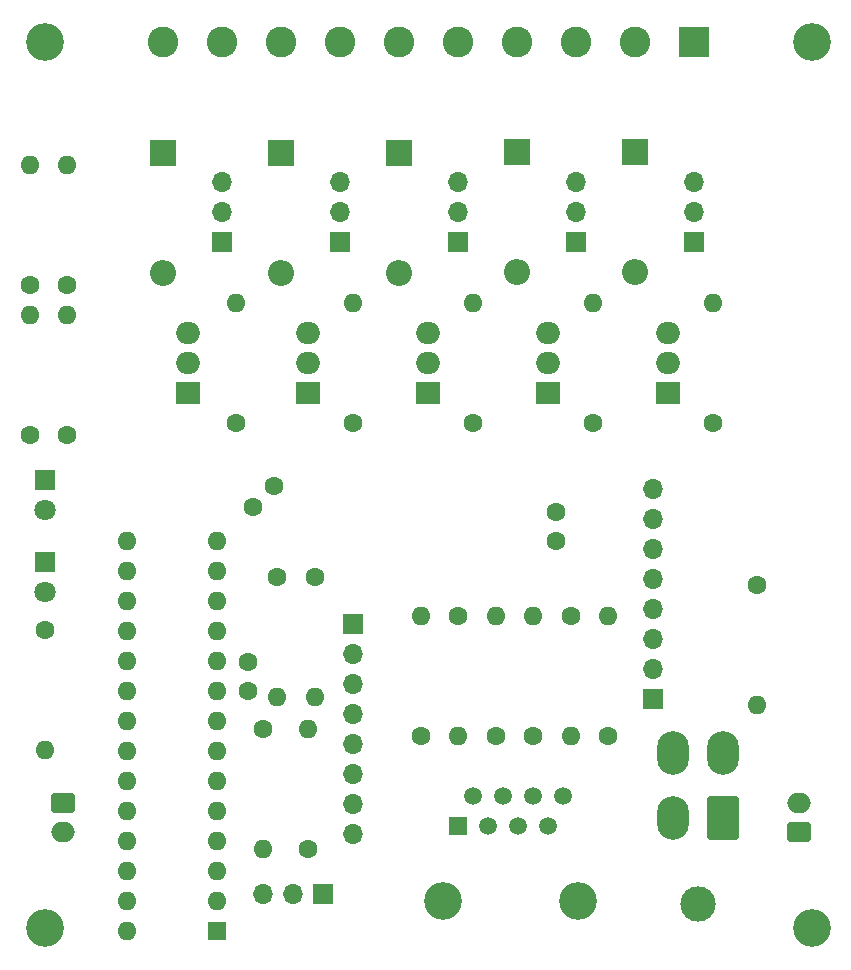
<source format=gbr>
%TF.GenerationSoftware,KiCad,Pcbnew,8.0.4*%
%TF.CreationDate,2024-12-05T04:28:12-06:00*%
%TF.ProjectId,left_hand,6c656674-5f68-4616-9e64-2e6b69636164,rev?*%
%TF.SameCoordinates,Original*%
%TF.FileFunction,Soldermask,Bot*%
%TF.FilePolarity,Negative*%
%FSLAX46Y46*%
G04 Gerber Fmt 4.6, Leading zero omitted, Abs format (unit mm)*
G04 Created by KiCad (PCBNEW 8.0.4) date 2024-12-05 04:28:12*
%MOMM*%
%LPD*%
G01*
G04 APERTURE LIST*
G04 Aperture macros list*
%AMRoundRect*
0 Rectangle with rounded corners*
0 $1 Rounding radius*
0 $2 $3 $4 $5 $6 $7 $8 $9 X,Y pos of 4 corners*
0 Add a 4 corners polygon primitive as box body*
4,1,4,$2,$3,$4,$5,$6,$7,$8,$9,$2,$3,0*
0 Add four circle primitives for the rounded corners*
1,1,$1+$1,$2,$3*
1,1,$1+$1,$4,$5*
1,1,$1+$1,$6,$7*
1,1,$1+$1,$8,$9*
0 Add four rect primitives between the rounded corners*
20,1,$1+$1,$2,$3,$4,$5,0*
20,1,$1+$1,$4,$5,$6,$7,0*
20,1,$1+$1,$6,$7,$8,$9,0*
20,1,$1+$1,$8,$9,$2,$3,0*%
G04 Aperture macros list end*
%ADD10R,1.700000X1.700000*%
%ADD11O,1.700000X1.700000*%
%ADD12R,2.000000X1.905000*%
%ADD13O,2.000000X1.905000*%
%ADD14C,1.600000*%
%ADD15O,1.600000X1.600000*%
%ADD16RoundRect,0.250000X-0.750000X0.600000X-0.750000X-0.600000X0.750000X-0.600000X0.750000X0.600000X0*%
%ADD17O,2.000000X1.700000*%
%ADD18R,2.200000X2.200000*%
%ADD19O,2.200000X2.200000*%
%ADD20C,3.000000*%
%ADD21RoundRect,0.250001X1.099999X1.599999X-1.099999X1.599999X-1.099999X-1.599999X1.099999X-1.599999X0*%
%ADD22O,2.700000X3.700000*%
%ADD23C,3.200000*%
%ADD24R,1.800000X1.800000*%
%ADD25C,1.800000*%
%ADD26R,2.600000X2.600000*%
%ADD27C,2.600000*%
%ADD28R,1.600000X1.600000*%
%ADD29R,1.500000X1.500000*%
%ADD30C,1.500000*%
%ADD31RoundRect,0.250000X0.750000X-0.600000X0.750000X0.600000X-0.750000X0.600000X-0.750000X-0.600000X0*%
G04 APERTURE END LIST*
D10*
%TO.C,M1*%
X135000000Y-78960000D03*
D11*
X135000000Y-76420000D03*
X135000000Y-73880000D03*
%TD*%
D12*
%TO.C,Q2*%
X142320000Y-91740000D03*
D13*
X142320000Y-89200000D03*
X142320000Y-86660000D03*
%TD*%
D10*
%TO.C,M3*%
X155000000Y-78960000D03*
D11*
X155000000Y-76420000D03*
X155000000Y-73880000D03*
%TD*%
D14*
%TO.C,R21*%
X151845000Y-120780000D03*
D15*
X151845000Y-110620000D03*
%TD*%
D16*
%TO.C,J4*%
X121560000Y-126385000D03*
D17*
X121560000Y-128885000D03*
%TD*%
D18*
%TO.C,D2*%
X140000000Y-71420000D03*
D19*
X140000000Y-81580000D03*
%TD*%
D14*
%TO.C,R5*%
X118745000Y-82550000D03*
D15*
X118745000Y-72390000D03*
%TD*%
D20*
%TO.C,J6*%
X175340000Y-134965000D03*
D21*
X177440000Y-127665000D03*
D22*
X173240000Y-127665000D03*
X177440000Y-122165000D03*
X173240000Y-122165000D03*
%TD*%
D14*
%TO.C,R16*%
X167720000Y-120780000D03*
D15*
X167720000Y-110620000D03*
%TD*%
D10*
%TO.C,M4*%
X165000000Y-78960000D03*
D11*
X165000000Y-76420000D03*
X165000000Y-73880000D03*
%TD*%
D14*
%TO.C,C1*%
X139393884Y-99576117D03*
X137626117Y-101343884D03*
%TD*%
%TO.C,R13*%
X121920000Y-95245000D03*
D15*
X121920000Y-85085000D03*
%TD*%
D14*
%TO.C,C2*%
X137240000Y-116950000D03*
X137240000Y-114450000D03*
%TD*%
%TO.C,R12*%
X118745000Y-95245000D03*
D15*
X118745000Y-85085000D03*
%TD*%
D10*
%TO.C,J1*%
X146130000Y-111255000D03*
D11*
X146130000Y-113795000D03*
X146130000Y-116335000D03*
X146130000Y-118875000D03*
X146130000Y-121415000D03*
X146130000Y-123955000D03*
X146130000Y-126495000D03*
X146130000Y-129035000D03*
%TD*%
D14*
%TO.C,R7*%
X156290000Y-94280000D03*
D15*
X156290000Y-84120000D03*
%TD*%
D18*
%TO.C,D4*%
X160000000Y-71260000D03*
D19*
X160000000Y-81420000D03*
%TD*%
D14*
%TO.C,C3*%
X163275000Y-104250000D03*
X163275000Y-101750000D03*
%TD*%
D23*
%TO.C,H4*%
X185000000Y-62000000D03*
%TD*%
D24*
%TO.C,D6*%
X120015000Y-99055000D03*
D25*
X120015000Y-101595000D03*
%TD*%
D24*
%TO.C,D7*%
X120015000Y-106040000D03*
D25*
X120015000Y-108580000D03*
%TD*%
D26*
%TO.C,J2*%
X175000000Y-62000000D03*
D27*
X170000000Y-62000000D03*
X165000000Y-62000000D03*
X160000000Y-62000000D03*
X155000000Y-62000000D03*
X150000000Y-62000000D03*
X145000000Y-62000000D03*
X140000000Y-62000000D03*
X135000000Y-62000000D03*
X130000000Y-62000000D03*
%TD*%
D10*
%TO.C,J8*%
X143575000Y-134115000D03*
D11*
X141035000Y-134115000D03*
X138495000Y-134115000D03*
%TD*%
D10*
%TO.C,J7*%
X171530000Y-117605000D03*
D11*
X171530000Y-115065000D03*
X171530000Y-112525000D03*
X171530000Y-109985000D03*
X171530000Y-107445000D03*
X171530000Y-104905000D03*
X171530000Y-102365000D03*
X171530000Y-99825000D03*
%TD*%
D14*
%TO.C,R4*%
X142875000Y-107315000D03*
D15*
X142875000Y-117475000D03*
%TD*%
D18*
%TO.C,D3*%
X150000000Y-71420000D03*
D19*
X150000000Y-81580000D03*
%TD*%
D12*
%TO.C,Q1*%
X132160000Y-91740000D03*
D13*
X132160000Y-89200000D03*
X132160000Y-86660000D03*
%TD*%
D12*
%TO.C,Q5*%
X172800000Y-91740000D03*
D13*
X172800000Y-89200000D03*
X172800000Y-86660000D03*
%TD*%
D28*
%TO.C,U1*%
X134620000Y-137290000D03*
D15*
X134620000Y-134750000D03*
X134620000Y-132210000D03*
X134620000Y-129670000D03*
X134620000Y-127130000D03*
X134620000Y-124590000D03*
X134620000Y-122050000D03*
X134620000Y-119510000D03*
X134620000Y-116970000D03*
X134620000Y-114430000D03*
X134620000Y-111890000D03*
X134620000Y-109350000D03*
X134620000Y-106810000D03*
X134620000Y-104270000D03*
X127000000Y-104270000D03*
X127000000Y-106810000D03*
X127000000Y-109350000D03*
X127000000Y-111890000D03*
X127000000Y-114430000D03*
X127000000Y-116970000D03*
X127000000Y-119510000D03*
X127000000Y-122050000D03*
X127000000Y-124590000D03*
X127000000Y-127130000D03*
X127000000Y-129670000D03*
X127000000Y-132210000D03*
X127000000Y-134750000D03*
X127000000Y-137290000D03*
%TD*%
D23*
%TO.C,H3*%
X185000000Y-137000000D03*
%TD*%
D14*
%TO.C,R10*%
X176610000Y-94280000D03*
D15*
X176610000Y-84120000D03*
%TD*%
D23*
%TO.C,H2*%
X120000000Y-137000000D03*
%TD*%
D14*
%TO.C,R18*%
X138510000Y-120145000D03*
D15*
X138510000Y-130305000D03*
%TD*%
D18*
%TO.C,D1*%
X130000000Y-71420000D03*
D19*
X130000000Y-81580000D03*
%TD*%
D14*
%TO.C,R8*%
X166450000Y-94280000D03*
D15*
X166450000Y-84120000D03*
%TD*%
D12*
%TO.C,Q4*%
X162640000Y-91740000D03*
D13*
X162640000Y-89200000D03*
X162640000Y-86660000D03*
%TD*%
D14*
%TO.C,R1*%
X136224000Y-94280000D03*
D15*
X136224000Y-84120000D03*
%TD*%
D14*
%TO.C,R15*%
X164545000Y-110620000D03*
D15*
X164545000Y-120780000D03*
%TD*%
D10*
%TO.C,M5*%
X175000000Y-78960000D03*
D11*
X175000000Y-76420000D03*
X175000000Y-73880000D03*
%TD*%
D14*
%TO.C,R3*%
X139700000Y-107315000D03*
D15*
X139700000Y-117475000D03*
%TD*%
D23*
%TO.C,H1*%
X120000000Y-62000000D03*
%TD*%
D14*
%TO.C,R11*%
X120015000Y-111760000D03*
D15*
X120015000Y-121920000D03*
%TD*%
D14*
%TO.C,R19*%
X158195000Y-120780000D03*
D15*
X158195000Y-110620000D03*
%TD*%
D10*
%TO.C,M2*%
X145000000Y-78960000D03*
D11*
X145000000Y-76420000D03*
X145000000Y-73880000D03*
%TD*%
D14*
%TO.C,R20*%
X155020000Y-110620000D03*
D15*
X155020000Y-120780000D03*
%TD*%
D14*
%TO.C,R9*%
X180340000Y-107950000D03*
D15*
X180340000Y-118110000D03*
%TD*%
D18*
%TO.C,D5*%
X170000000Y-71260000D03*
D19*
X170000000Y-81420000D03*
%TD*%
D14*
%TO.C,R14*%
X161370000Y-120780000D03*
D15*
X161370000Y-110620000D03*
%TD*%
D14*
%TO.C,R17*%
X142320000Y-130305000D03*
D15*
X142320000Y-120145000D03*
%TD*%
D12*
%TO.C,Q3*%
X152480000Y-91740000D03*
D13*
X152480000Y-89200000D03*
X152480000Y-86660000D03*
%TD*%
D23*
%TO.C,J5*%
X153750000Y-134750000D03*
X165180000Y-134750000D03*
D29*
X155020000Y-128400000D03*
D30*
X156290000Y-125860000D03*
X157560000Y-128400000D03*
X158830000Y-125860000D03*
X160100000Y-128400000D03*
X161370000Y-125860000D03*
X162640000Y-128400000D03*
X163910000Y-125860000D03*
%TD*%
D31*
%TO.C,J3*%
X183875000Y-128885000D03*
D17*
X183875000Y-126385000D03*
%TD*%
D14*
%TO.C,R2*%
X146130000Y-94280000D03*
D15*
X146130000Y-84120000D03*
%TD*%
D14*
%TO.C,R6*%
X121920000Y-82550000D03*
D15*
X121920000Y-72390000D03*
%TD*%
M02*

</source>
